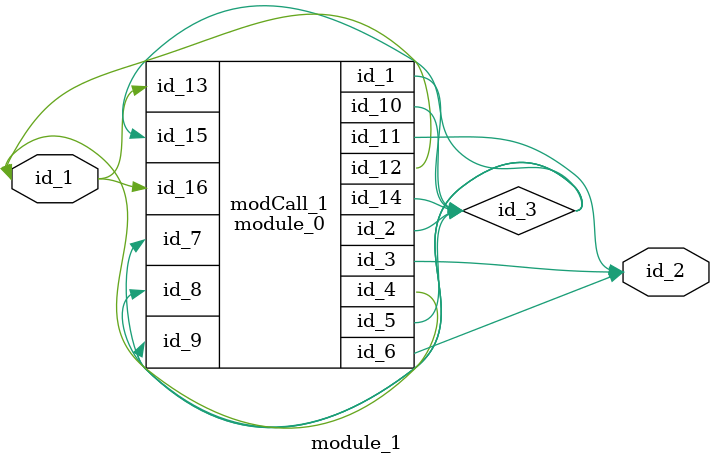
<source format=v>
module module_0 (
    id_1,
    id_2,
    id_3,
    id_4,
    id_5,
    id_6,
    id_7,
    id_8,
    id_9,
    id_10,
    id_11,
    id_12,
    id_13,
    id_14,
    id_15,
    id_16
);
  input wire id_16;
  input wire id_15;
  inout wire id_14;
  input wire id_13;
  inout wire id_12;
  output wire id_11;
  output wire id_10;
  input wire id_9;
  input wire id_8;
  input wire id_7;
  output wire id_6;
  inout wire id_5;
  output wire id_4;
  output wire id_3;
  inout wire id_2;
  inout wire id_1;
  wire id_17, id_18;
endmodule
module module_1 (
    id_1,
    id_2
);
  output wire id_2;
  inout wire id_1;
  wire id_3;
  module_0 modCall_1 (
      id_3,
      id_3,
      id_2,
      id_1,
      id_3,
      id_2,
      id_3,
      id_3,
      id_3,
      id_3,
      id_2,
      id_1,
      id_1,
      id_3,
      id_3,
      id_1
  );
  wire id_4;
endmodule

</source>
